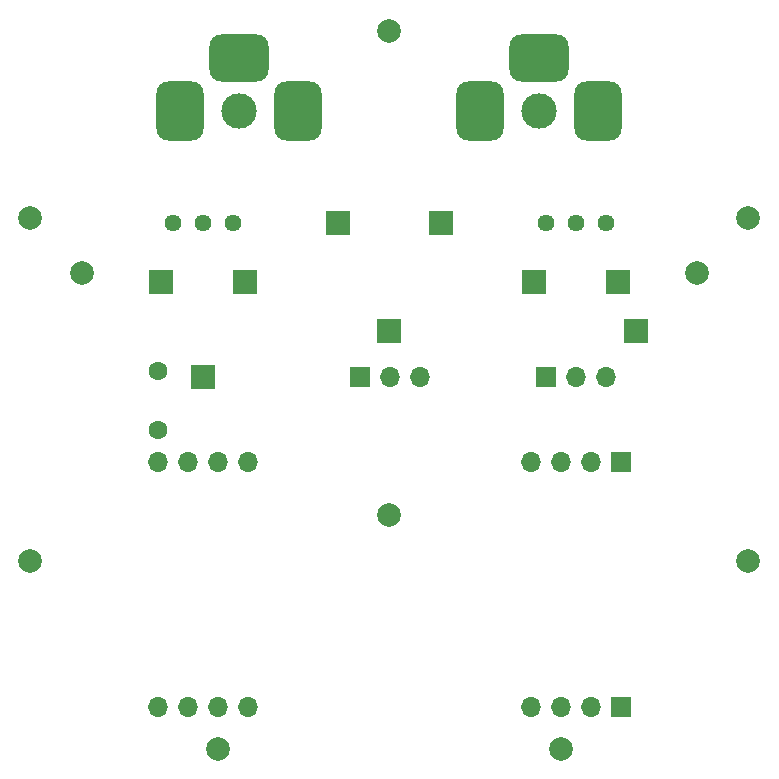
<source format=gts>
%TF.GenerationSoftware,KiCad,Pcbnew,(6.0.1)*%
%TF.CreationDate,2022-02-04T13:52:56-05:00*%
%TF.ProjectId,C64-Composite-Modulator,4336342d-436f-46d7-906f-736974652d4d,0825*%
%TF.SameCoordinates,Original*%
%TF.FileFunction,Soldermask,Top*%
%TF.FilePolarity,Negative*%
%FSLAX46Y46*%
G04 Gerber Fmt 4.6, Leading zero omitted, Abs format (unit mm)*
G04 Created by KiCad (PCBNEW (6.0.1)) date 2022-02-04 13:52:56*
%MOMM*%
%LPD*%
G01*
G04 APERTURE LIST*
G04 Aperture macros list*
%AMRoundRect*
0 Rectangle with rounded corners*
0 $1 Rounding radius*
0 $2 $3 $4 $5 $6 $7 $8 $9 X,Y pos of 4 corners*
0 Add a 4 corners polygon primitive as box body*
4,1,4,$2,$3,$4,$5,$6,$7,$8,$9,$2,$3,0*
0 Add four circle primitives for the rounded corners*
1,1,$1+$1,$2,$3*
1,1,$1+$1,$4,$5*
1,1,$1+$1,$6,$7*
1,1,$1+$1,$8,$9*
0 Add four rect primitives between the rounded corners*
20,1,$1+$1,$2,$3,$4,$5,0*
20,1,$1+$1,$4,$5,$6,$7,0*
20,1,$1+$1,$6,$7,$8,$9,0*
20,1,$1+$1,$8,$9,$2,$3,0*%
G04 Aperture macros list end*
%ADD10R,2.000000X2.000000*%
%ADD11C,1.440000*%
%ADD12C,3.000000*%
%ADD13RoundRect,1.000000X-1.000000X1.500000X-1.000000X-1.500000X1.000000X-1.500000X1.000000X1.500000X0*%
%ADD14RoundRect,1.000000X-1.500000X1.000000X-1.500000X-1.000000X1.500000X-1.000000X1.500000X1.000000X0*%
%ADD15R,1.700000X1.700000*%
%ADD16O,1.700000X1.700000*%
%ADD17C,1.600000*%
%ADD18C,2.000000*%
G04 APERTURE END LIST*
D10*
X145108200Y-91327950D03*
X136455800Y-91327950D03*
X128522000Y-96327950D03*
D11*
X154042000Y-91327950D03*
X156582000Y-91327950D03*
X159122000Y-91327950D03*
D12*
X128082000Y-81874450D03*
D13*
X123082000Y-81874450D03*
D14*
X128082000Y-77374450D03*
D13*
X133082000Y-81874450D03*
D11*
X127522000Y-91327950D03*
X124982000Y-91327950D03*
X122442000Y-91327950D03*
D15*
X154067000Y-104327950D03*
D16*
X156607000Y-104327950D03*
X159147000Y-104327950D03*
D12*
X153482001Y-81874450D03*
D13*
X158482001Y-81874450D03*
D14*
X153482001Y-77374450D03*
D13*
X148482001Y-81874450D03*
D10*
X124982000Y-104327950D03*
X121422000Y-96327950D03*
X160142000Y-96327950D03*
X153042000Y-96327950D03*
D17*
X121162000Y-103840450D03*
X121162000Y-108840450D03*
D15*
X160422000Y-132327950D03*
D16*
X157862000Y-132327950D03*
X155322000Y-132327950D03*
X152782000Y-132327950D03*
X128782000Y-132327950D03*
X126242000Y-132327950D03*
X123702000Y-132327950D03*
X121162000Y-132327950D03*
D18*
X171182000Y-90927950D03*
X171182000Y-119927950D03*
X126282000Y-135827950D03*
X110382000Y-90927950D03*
X110382000Y-119927950D03*
X155282000Y-135827950D03*
D10*
X140782000Y-100427950D03*
D15*
X160422000Y-111527950D03*
D16*
X157862000Y-111527950D03*
X155322000Y-111527950D03*
X152782000Y-111527950D03*
X128782000Y-111527950D03*
X126242000Y-111527950D03*
X123702000Y-111527950D03*
X121162000Y-111527950D03*
D18*
X140782000Y-75027950D03*
X114782000Y-95527950D03*
X140782000Y-116027950D03*
X166782000Y-95527950D03*
D10*
X161687000Y-100427950D03*
D15*
X138257000Y-104327950D03*
D16*
X140797000Y-104327950D03*
X143337000Y-104327950D03*
M02*

</source>
